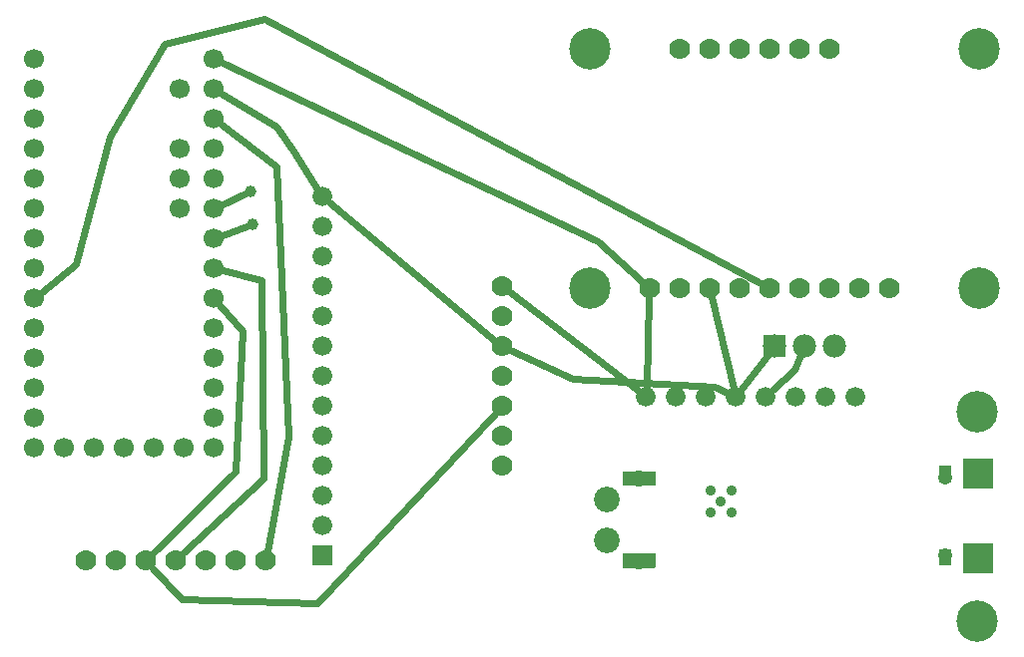
<source format=gtl>
G04 MADE WITH FRITZING*
G04 WWW.FRITZING.ORG*
G04 DOUBLE SIDED*
G04 HOLES PLATED*
G04 CONTOUR ON CENTER OF CONTOUR VECTOR*
%ASAXBY*%
%FSLAX23Y23*%
%MOIN*%
%OFA0B0*%
%SFA1.0B1.0*%
%ADD10C,0.066889*%
%ADD11C,0.138425*%
%ADD12C,0.070000*%
%ADD13C,0.066000*%
%ADD14C,0.035748*%
%ADD15C,0.138426*%
%ADD16C,0.057402*%
%ADD17C,0.047559*%
%ADD18C,0.098426*%
%ADD19C,0.086000*%
%ADD20C,0.039370*%
%ADD21C,0.078000*%
%ADD22R,0.066000X0.066000*%
%ADD23R,0.098426X0.098425*%
%ADD24R,0.078000X0.078000*%
%ADD25C,0.024000*%
%ADD26R,0.001000X0.001000*%
%LNCOPPER1*%
G90*
G70*
G54D10*
X674Y691D03*
X674Y791D03*
X674Y891D03*
X674Y991D03*
X674Y1091D03*
X674Y1191D03*
X674Y1291D03*
X674Y1391D03*
X674Y1491D03*
X674Y1591D03*
X674Y1691D03*
X674Y1791D03*
X674Y1891D03*
X674Y1991D03*
X560Y1891D03*
X560Y1591D03*
X560Y1691D03*
X74Y691D03*
X74Y791D03*
X74Y891D03*
X74Y991D03*
X74Y1091D03*
X74Y1191D03*
X74Y1291D03*
X74Y1391D03*
X74Y1491D03*
X74Y1591D03*
X74Y1691D03*
X74Y1791D03*
X74Y1891D03*
X74Y1991D03*
X560Y1491D03*
X274Y691D03*
X174Y691D03*
X374Y691D03*
X574Y691D03*
X474Y691D03*
G54D11*
X1928Y1225D03*
X1928Y2025D03*
G54D12*
X2228Y2025D03*
X2328Y2025D03*
X2428Y2025D03*
G54D11*
X3228Y1225D03*
G54D12*
X2528Y2025D03*
G54D11*
X3228Y2025D03*
G54D12*
X2628Y2025D03*
X2728Y2025D03*
X2128Y1225D03*
X2228Y1225D03*
X2328Y1225D03*
X2428Y1225D03*
X2528Y1225D03*
X2628Y1225D03*
X2728Y1225D03*
X2828Y1225D03*
X2928Y1225D03*
G54D13*
X1036Y330D03*
X1036Y430D03*
X1036Y530D03*
X1036Y630D03*
X1036Y730D03*
X1036Y830D03*
X1036Y930D03*
X1036Y1030D03*
X1036Y1130D03*
X1036Y1230D03*
X1036Y1330D03*
X1036Y1430D03*
X1036Y1530D03*
G54D12*
X1636Y1230D03*
X1636Y1130D03*
X1636Y1030D03*
X1636Y930D03*
X1636Y830D03*
X1636Y730D03*
X1636Y630D03*
X847Y316D03*
X747Y316D03*
X647Y316D03*
X547Y316D03*
X447Y316D03*
X347Y316D03*
X247Y316D03*
G54D14*
X2402Y547D03*
G54D15*
X3222Y113D03*
G54D16*
X2094Y313D03*
X2094Y589D03*
G54D14*
X2367Y512D03*
X2331Y476D03*
G54D17*
X3117Y333D03*
X3117Y593D03*
G54D18*
X3227Y322D03*
X3227Y605D03*
G54D19*
X1987Y518D03*
G54D13*
X2817Y863D03*
X2717Y863D03*
X2617Y863D03*
X2517Y863D03*
X2417Y863D03*
X2317Y863D03*
X2217Y863D03*
G54D15*
X3222Y813D03*
G54D13*
X2117Y863D03*
G54D14*
X2331Y547D03*
X2402Y476D03*
G54D19*
X1987Y380D03*
G54D20*
X802Y1438D03*
X795Y1549D03*
G54D21*
X2546Y1030D03*
X2646Y1030D03*
X2746Y1030D03*
G54D22*
X1036Y330D03*
G54D23*
X3227Y322D03*
X3227Y605D03*
G54D24*
X2546Y1030D03*
G54D25*
X2335Y1195D02*
X2410Y893D01*
D02*
X1871Y920D02*
X2345Y894D01*
D02*
X2345Y894D02*
X2389Y875D01*
D02*
X1664Y1017D02*
X1871Y920D01*
D02*
X1612Y1049D02*
X1060Y1510D01*
D02*
X884Y1764D02*
X943Y1678D01*
D02*
X943Y1678D02*
X1020Y1556D01*
D02*
X700Y1875D02*
X884Y1764D01*
D02*
X325Y1730D02*
X214Y1305D01*
D02*
X510Y2041D02*
X325Y1730D01*
D02*
X2500Y1240D02*
X843Y2126D01*
D02*
X843Y2126D02*
X510Y2041D01*
D02*
X214Y1305D02*
X98Y1210D01*
D02*
X2127Y1194D02*
X2118Y894D01*
D02*
X1956Y1383D02*
X2105Y1246D01*
D02*
X702Y1978D02*
X1956Y1383D01*
D02*
X2093Y882D02*
X1661Y1211D01*
D02*
X565Y184D02*
X467Y293D01*
D02*
X1020Y173D02*
X565Y184D01*
D02*
X1615Y807D02*
X1020Y173D01*
D02*
X778Y1541D02*
X702Y1504D01*
D02*
X784Y1431D02*
X703Y1401D01*
D02*
X924Y728D02*
X884Y1630D01*
D02*
X884Y1630D02*
X698Y1772D01*
D02*
X852Y346D02*
X924Y728D01*
D02*
X2436Y888D02*
X2528Y1007D01*
D02*
X2539Y885D02*
X2611Y953D01*
D02*
X2611Y953D02*
X2634Y1003D01*
D02*
X747Y613D02*
X468Y338D01*
D02*
X769Y1083D02*
X747Y613D01*
D02*
X694Y1168D02*
X769Y1083D01*
D02*
X839Y587D02*
X569Y337D01*
D02*
X704Y1284D02*
X832Y1253D01*
D02*
X832Y1253D02*
X839Y587D01*
G54D26*
X3097Y631D02*
X3133Y631D01*
X3097Y630D02*
X3134Y630D01*
X3097Y629D02*
X3134Y629D01*
X3097Y628D02*
X3134Y628D01*
X3097Y627D02*
X3134Y627D01*
X3097Y626D02*
X3134Y626D01*
X3097Y625D02*
X3134Y625D01*
X3097Y624D02*
X3134Y624D01*
X3097Y623D02*
X3134Y623D01*
X3097Y622D02*
X3134Y622D01*
X3097Y621D02*
X3134Y621D01*
X3097Y620D02*
X3134Y620D01*
X3097Y619D02*
X3134Y619D01*
X3097Y618D02*
X3134Y618D01*
X3097Y617D02*
X3134Y617D01*
X3097Y616D02*
X3134Y616D01*
X3097Y615D02*
X3134Y615D01*
X3097Y614D02*
X3134Y614D01*
X3097Y613D02*
X3134Y613D01*
X2039Y612D02*
X2086Y612D01*
X2099Y612D02*
X2147Y612D01*
X3097Y612D02*
X3111Y612D01*
X3120Y612D02*
X3134Y612D01*
X2039Y611D02*
X2083Y611D01*
X2102Y611D02*
X2147Y611D01*
X3097Y611D02*
X3107Y611D01*
X3123Y611D02*
X3134Y611D01*
X2039Y610D02*
X2081Y610D01*
X2104Y610D02*
X2147Y610D01*
X3097Y610D02*
X3106Y610D01*
X3125Y610D02*
X3134Y610D01*
X2039Y609D02*
X2079Y609D01*
X2106Y609D02*
X2147Y609D01*
X3097Y609D02*
X3104Y609D01*
X3127Y609D02*
X3134Y609D01*
X2039Y608D02*
X2078Y608D01*
X2107Y608D02*
X2147Y608D01*
X3097Y608D02*
X3103Y608D01*
X3128Y608D02*
X3134Y608D01*
X2039Y607D02*
X2077Y607D01*
X2109Y607D02*
X2147Y607D01*
X3097Y607D02*
X3102Y607D01*
X3129Y607D02*
X3134Y607D01*
X2039Y606D02*
X2076Y606D01*
X2110Y606D02*
X2147Y606D01*
X3097Y606D02*
X3101Y606D01*
X3130Y606D02*
X3134Y606D01*
X2039Y605D02*
X2075Y605D01*
X2111Y605D02*
X2147Y605D01*
X3097Y605D02*
X3100Y605D01*
X3131Y605D02*
X3134Y605D01*
X2039Y604D02*
X2074Y604D01*
X2111Y604D02*
X2147Y604D01*
X3097Y604D02*
X3099Y604D01*
X3131Y604D02*
X3134Y604D01*
X2039Y603D02*
X2073Y603D01*
X2112Y603D02*
X2147Y603D01*
X3097Y603D02*
X3099Y603D01*
X3132Y603D02*
X3134Y603D01*
X2039Y602D02*
X2072Y602D01*
X2113Y602D02*
X2147Y602D01*
X3097Y602D02*
X3098Y602D01*
X3133Y602D02*
X3134Y602D01*
X2039Y601D02*
X2072Y601D01*
X2114Y601D02*
X2147Y601D01*
X3097Y601D02*
X3097Y601D01*
X3133Y601D02*
X3134Y601D01*
X2039Y600D02*
X2071Y600D01*
X2114Y600D02*
X2147Y600D01*
X3097Y600D02*
X3097Y600D01*
X3133Y600D02*
X3134Y600D01*
X2039Y599D02*
X2071Y599D01*
X2115Y599D02*
X2147Y599D01*
X3097Y599D02*
X3097Y599D01*
X3134Y599D02*
X3134Y599D01*
X2039Y598D02*
X2070Y598D01*
X2115Y598D02*
X2147Y598D01*
X3097Y598D02*
X3097Y598D01*
X2039Y597D02*
X2070Y597D01*
X2115Y597D02*
X2147Y597D01*
X2039Y596D02*
X2070Y596D01*
X2116Y596D02*
X2147Y596D01*
X2039Y595D02*
X2069Y595D01*
X2116Y595D02*
X2147Y595D01*
X2039Y594D02*
X2069Y594D01*
X2116Y594D02*
X2147Y594D01*
X2039Y593D02*
X2069Y593D01*
X2117Y593D02*
X2147Y593D01*
X2039Y592D02*
X2069Y592D01*
X2117Y592D02*
X2147Y592D01*
X2039Y591D02*
X2069Y591D01*
X2117Y591D02*
X2147Y591D01*
X2039Y590D02*
X2069Y590D01*
X2117Y590D02*
X2147Y590D01*
X2039Y589D02*
X2069Y589D01*
X2117Y589D02*
X2147Y589D01*
X3097Y589D02*
X3097Y589D01*
X3134Y589D02*
X3134Y589D01*
X2039Y588D02*
X2069Y588D01*
X2117Y588D02*
X2147Y588D01*
X3097Y588D02*
X3097Y588D01*
X3134Y588D02*
X3134Y588D01*
X2039Y587D02*
X2069Y587D01*
X2117Y587D02*
X2147Y587D01*
X3097Y587D02*
X3097Y587D01*
X3133Y587D02*
X3134Y587D01*
X2039Y586D02*
X2069Y586D01*
X2117Y586D02*
X2147Y586D01*
X3097Y586D02*
X3098Y586D01*
X3133Y586D02*
X3134Y586D01*
X2039Y585D02*
X2069Y585D01*
X2116Y585D02*
X2147Y585D01*
X3097Y585D02*
X3098Y585D01*
X3132Y585D02*
X3134Y585D01*
X2039Y584D02*
X2069Y584D01*
X2116Y584D02*
X2147Y584D01*
X3097Y584D02*
X3099Y584D01*
X3132Y584D02*
X3134Y584D01*
X2039Y583D02*
X2069Y583D01*
X2116Y583D02*
X2147Y583D01*
X3097Y583D02*
X3099Y583D01*
X3131Y583D02*
X3134Y583D01*
X2039Y582D02*
X2070Y582D01*
X2116Y582D02*
X2147Y582D01*
X3097Y582D02*
X3100Y582D01*
X3130Y582D02*
X3134Y582D01*
X2039Y581D02*
X2070Y581D01*
X2115Y581D02*
X2147Y581D01*
X3097Y581D02*
X3101Y581D01*
X3129Y581D02*
X3134Y581D01*
X2039Y580D02*
X2070Y580D01*
X2115Y580D02*
X2147Y580D01*
X3097Y580D02*
X3102Y580D01*
X3128Y580D02*
X3134Y580D01*
X2039Y579D02*
X2071Y579D01*
X2115Y579D02*
X2147Y579D01*
X3097Y579D02*
X3103Y579D01*
X3127Y579D02*
X3134Y579D01*
X2039Y578D02*
X2071Y578D01*
X2114Y578D02*
X2147Y578D01*
X3097Y578D02*
X3105Y578D01*
X3126Y578D02*
X3134Y578D01*
X2039Y577D02*
X2072Y577D01*
X2113Y577D02*
X2147Y577D01*
X3097Y577D02*
X3106Y577D01*
X3124Y577D02*
X3134Y577D01*
X2039Y576D02*
X2072Y576D01*
X2113Y576D02*
X2147Y576D01*
X3097Y576D02*
X3109Y576D01*
X3122Y576D02*
X3134Y576D01*
X2039Y575D02*
X2073Y575D01*
X2112Y575D02*
X2147Y575D01*
X3097Y575D02*
X3111Y575D01*
X3120Y575D02*
X3133Y575D01*
X2039Y574D02*
X2074Y574D01*
X2111Y574D02*
X2147Y574D01*
X2039Y573D02*
X2075Y573D01*
X2110Y573D02*
X2147Y573D01*
X2039Y572D02*
X2076Y572D01*
X2109Y572D02*
X2147Y572D01*
X2039Y571D02*
X2077Y571D01*
X2108Y571D02*
X2147Y571D01*
X2039Y570D02*
X2078Y570D01*
X2107Y570D02*
X2147Y570D01*
X2039Y569D02*
X2080Y569D01*
X2106Y569D02*
X2147Y569D01*
X2039Y568D02*
X2082Y568D01*
X2104Y568D02*
X2147Y568D01*
X2039Y567D02*
X2084Y567D01*
X2102Y567D02*
X2147Y567D01*
X2039Y566D02*
X2087Y566D01*
X2098Y566D02*
X2147Y566D01*
X3097Y352D02*
X3110Y352D01*
X3120Y352D02*
X3134Y352D01*
X3097Y351D02*
X3107Y351D01*
X3123Y351D02*
X3134Y351D01*
X3097Y350D02*
X3105Y350D01*
X3125Y350D02*
X3134Y350D01*
X3097Y349D02*
X3104Y349D01*
X3127Y349D02*
X3134Y349D01*
X3097Y348D02*
X3103Y348D01*
X3128Y348D02*
X3134Y348D01*
X3097Y347D02*
X3101Y347D01*
X3129Y347D02*
X3134Y347D01*
X3097Y346D02*
X3101Y346D01*
X3130Y346D02*
X3134Y346D01*
X3097Y345D02*
X3100Y345D01*
X3131Y345D02*
X3134Y345D01*
X3097Y344D02*
X3099Y344D01*
X3132Y344D02*
X3134Y344D01*
X3097Y343D02*
X3098Y343D01*
X3132Y343D02*
X3134Y343D01*
X3097Y342D02*
X3098Y342D01*
X3133Y342D02*
X3134Y342D01*
X3097Y341D02*
X3097Y341D01*
X3133Y341D02*
X3134Y341D01*
X3097Y340D02*
X3097Y340D01*
X3133Y340D02*
X3134Y340D01*
X3097Y339D02*
X3097Y339D01*
X3134Y339D02*
X3134Y339D01*
X2039Y337D02*
X2087Y337D01*
X2098Y337D02*
X2146Y337D01*
X2039Y336D02*
X2085Y336D01*
X2100Y336D02*
X2147Y336D01*
X2039Y335D02*
X2082Y335D01*
X2103Y335D02*
X2147Y335D01*
X2039Y334D02*
X2080Y334D01*
X2105Y334D02*
X2147Y334D01*
X2039Y333D02*
X2079Y333D01*
X2107Y333D02*
X2147Y333D01*
X2039Y332D02*
X2078Y332D01*
X2108Y332D02*
X2147Y332D01*
X2039Y331D02*
X2076Y331D01*
X2109Y331D02*
X2147Y331D01*
X2039Y330D02*
X2075Y330D01*
X2110Y330D02*
X2147Y330D01*
X2039Y329D02*
X2074Y329D01*
X2111Y329D02*
X2147Y329D01*
X3097Y329D02*
X3097Y329D01*
X3134Y329D02*
X3134Y329D01*
X2039Y328D02*
X2074Y328D01*
X2112Y328D02*
X2147Y328D01*
X3097Y328D02*
X3097Y328D01*
X3134Y328D02*
X3134Y328D01*
X2039Y327D02*
X2073Y327D01*
X2113Y327D02*
X2147Y327D01*
X3097Y327D02*
X3097Y327D01*
X3133Y327D02*
X3134Y327D01*
X2039Y326D02*
X2072Y326D01*
X2113Y326D02*
X2147Y326D01*
X3097Y326D02*
X3098Y326D01*
X3133Y326D02*
X3134Y326D01*
X2039Y325D02*
X2072Y325D01*
X2114Y325D02*
X2147Y325D01*
X3097Y325D02*
X3098Y325D01*
X3132Y325D02*
X3134Y325D01*
X2039Y324D02*
X2071Y324D01*
X2114Y324D02*
X2147Y324D01*
X3097Y324D02*
X3099Y324D01*
X3132Y324D02*
X3134Y324D01*
X2039Y323D02*
X2070Y323D01*
X2115Y323D02*
X2147Y323D01*
X3097Y323D02*
X3100Y323D01*
X3131Y323D02*
X3134Y323D01*
X2039Y322D02*
X2070Y322D01*
X2115Y322D02*
X2147Y322D01*
X3097Y322D02*
X3100Y322D01*
X3130Y322D02*
X3134Y322D01*
X2039Y321D02*
X2070Y321D01*
X2116Y321D02*
X2147Y321D01*
X3097Y321D02*
X3101Y321D01*
X3129Y321D02*
X3134Y321D01*
X2039Y320D02*
X2069Y320D01*
X2116Y320D02*
X2147Y320D01*
X3097Y320D02*
X3102Y320D01*
X3128Y320D02*
X3134Y320D01*
X2039Y319D02*
X2069Y319D01*
X2116Y319D02*
X2147Y319D01*
X3097Y319D02*
X3103Y319D01*
X3127Y319D02*
X3134Y319D01*
X2039Y318D02*
X2069Y318D01*
X2116Y318D02*
X2147Y318D01*
X3097Y318D02*
X3105Y318D01*
X3126Y318D02*
X3134Y318D01*
X2039Y317D02*
X2069Y317D01*
X2117Y317D02*
X2147Y317D01*
X3097Y317D02*
X3107Y317D01*
X3124Y317D02*
X3134Y317D01*
X2039Y316D02*
X2069Y316D01*
X2117Y316D02*
X2147Y316D01*
X3097Y316D02*
X3109Y316D01*
X3121Y316D02*
X3134Y316D01*
X2039Y315D02*
X2069Y315D01*
X2117Y315D02*
X2147Y315D01*
X3097Y315D02*
X3134Y315D01*
X2039Y314D02*
X2069Y314D01*
X2117Y314D02*
X2147Y314D01*
X3097Y314D02*
X3134Y314D01*
X2039Y313D02*
X2069Y313D01*
X2117Y313D02*
X2147Y313D01*
X3097Y313D02*
X3134Y313D01*
X2039Y312D02*
X2069Y312D01*
X2117Y312D02*
X2147Y312D01*
X3097Y312D02*
X3134Y312D01*
X2039Y311D02*
X2069Y311D01*
X2117Y311D02*
X2147Y311D01*
X3097Y311D02*
X3134Y311D01*
X2039Y310D02*
X2069Y310D01*
X2117Y310D02*
X2147Y310D01*
X3097Y310D02*
X3134Y310D01*
X2039Y309D02*
X2069Y309D01*
X2116Y309D02*
X2147Y309D01*
X3097Y309D02*
X3134Y309D01*
X2039Y308D02*
X2069Y308D01*
X2116Y308D02*
X2147Y308D01*
X3097Y308D02*
X3134Y308D01*
X2039Y307D02*
X2069Y307D01*
X2116Y307D02*
X2147Y307D01*
X3097Y307D02*
X3134Y307D01*
X2039Y306D02*
X2070Y306D01*
X2116Y306D02*
X2147Y306D01*
X3097Y306D02*
X3134Y306D01*
X2039Y305D02*
X2070Y305D01*
X2115Y305D02*
X2147Y305D01*
X3097Y305D02*
X3134Y305D01*
X2039Y304D02*
X2071Y304D01*
X2115Y304D02*
X2147Y304D01*
X3097Y304D02*
X3134Y304D01*
X2039Y303D02*
X2071Y303D01*
X2114Y303D02*
X2147Y303D01*
X3097Y303D02*
X3134Y303D01*
X2039Y302D02*
X2072Y302D01*
X2114Y302D02*
X2147Y302D01*
X3097Y302D02*
X3134Y302D01*
X2039Y301D02*
X2072Y301D01*
X2113Y301D02*
X2147Y301D01*
X3097Y301D02*
X3134Y301D01*
X2039Y300D02*
X2073Y300D01*
X2113Y300D02*
X2147Y300D01*
X3097Y300D02*
X3134Y300D01*
X2039Y299D02*
X2074Y299D01*
X2112Y299D02*
X2147Y299D01*
X3097Y299D02*
X3134Y299D01*
X2039Y298D02*
X2074Y298D01*
X2111Y298D02*
X2147Y298D01*
X3097Y298D02*
X3134Y298D01*
X2039Y297D02*
X2075Y297D01*
X2110Y297D02*
X2147Y297D01*
X3097Y297D02*
X3134Y297D01*
X2039Y296D02*
X2076Y296D01*
X2109Y296D02*
X2147Y296D01*
X2039Y295D02*
X2078Y295D01*
X2108Y295D02*
X2147Y295D01*
X2039Y294D02*
X2079Y294D01*
X2107Y294D02*
X2147Y294D01*
X2039Y293D02*
X2081Y293D01*
X2105Y293D02*
X2147Y293D01*
X2039Y292D02*
X2082Y292D01*
X2103Y292D02*
X2147Y292D01*
X2039Y291D02*
X2085Y291D01*
X2100Y291D02*
X2147Y291D01*
X2039Y290D02*
X2087Y290D01*
X2098Y290D02*
X2146Y290D01*
D02*
G04 End of Copper1*
M02*
</source>
